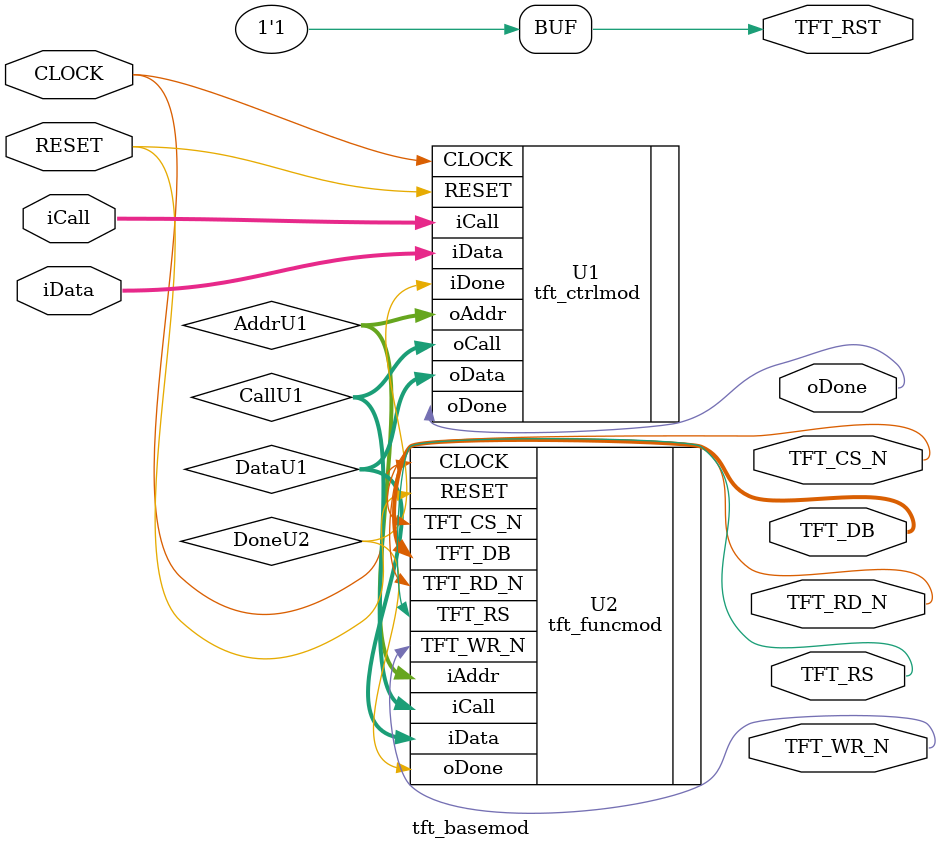
<source format=v>
module tft_basemod
(
    input CLOCK,RESET,
	 output TFT_RST,
	 output TFT_RS,     // 1 = Data, 0 = Command(Register)
	 output TFT_CS_N,  
	 output TFT_WR_N,
	 output TFT_RD_N,
	 output [15:0]TFT_DB,
	 input [2:0]iCall,
	 output oDone,
	 input [31:0]iData
);
    wire [2:0]CallU1;
	 wire [7:0]AddrU1;
	 wire [15:0]DataU1;

    tft_ctrlmod U1
	 (
	     .CLOCK( CLOCK ),
		  .RESET( RESET ),
	     .iCall( iCall ),  // < top
		  .oDone( oDone ),    // > top
		  .iData( iData ),
		  .oCall( CallU1 ),  // > U2
		  .iDone( DoneU2 ),    // < U2
		  .oAddr( AddrU1 ),    // > U2
		  .oData( DataU1 )     // > U2
	 );
	 
	 wire DoneU2;
	 
    tft_funcmod U2
	 (
	     .CLOCK( CLOCK ),
		  .RESET( RESET ),
		  .TFT_RS( TFT_RS ),      // > top
		  .TFT_CS_N( TFT_CS_N ),  // > top
		  .TFT_WR_N( TFT_WR_N ),  // > top
		  .TFT_RD_N( TFT_RD_N ),  // > top
		  .TFT_DB( TFT_DB ),      // > top
		  .iCall( CallU1 ),     // < U1
		  .oDone( DoneU2 ),       // > U1
		  .iAddr( AddrU1 ),       // < U1
		  .iData( DataU1 )        // < U1
	 );
   
	assign TFT_RST = 1'b1;
	
endmodule

</source>
